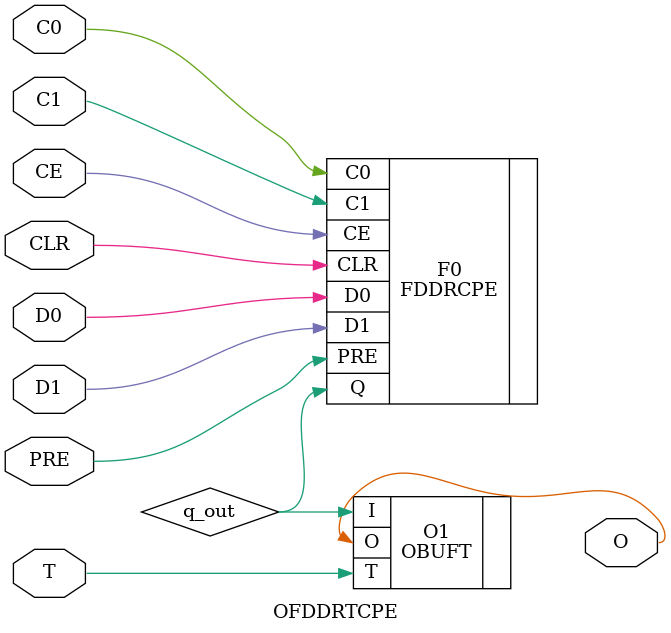
<source format=v>

/*

FUNCTION	: Dual Data Rate output D-FLIP-FLOP with async clear, async preset and clock enable

*/

`timescale  100 ps / 10 ps

module OFDDRTCPE (O, C0, C1, CE, CLR, D0, D1, PRE, T);

    output O;

    input  C0, C1, CE, CLR, D0, D1, PRE, T;

    wire   q_out;

    FDDRCPE F0 (.C0(C0),
	.C1(C1),
	.CE(CE),
	.CLR(CLR),
	.D0(D0),
	.D1(D1),
	.PRE(PRE),
	.Q(q_out));
    defparam F0.INIT = 1'b0;

    OBUFT O1 (.I(q_out),
	.T(T),
	.O(O));

endmodule

</source>
